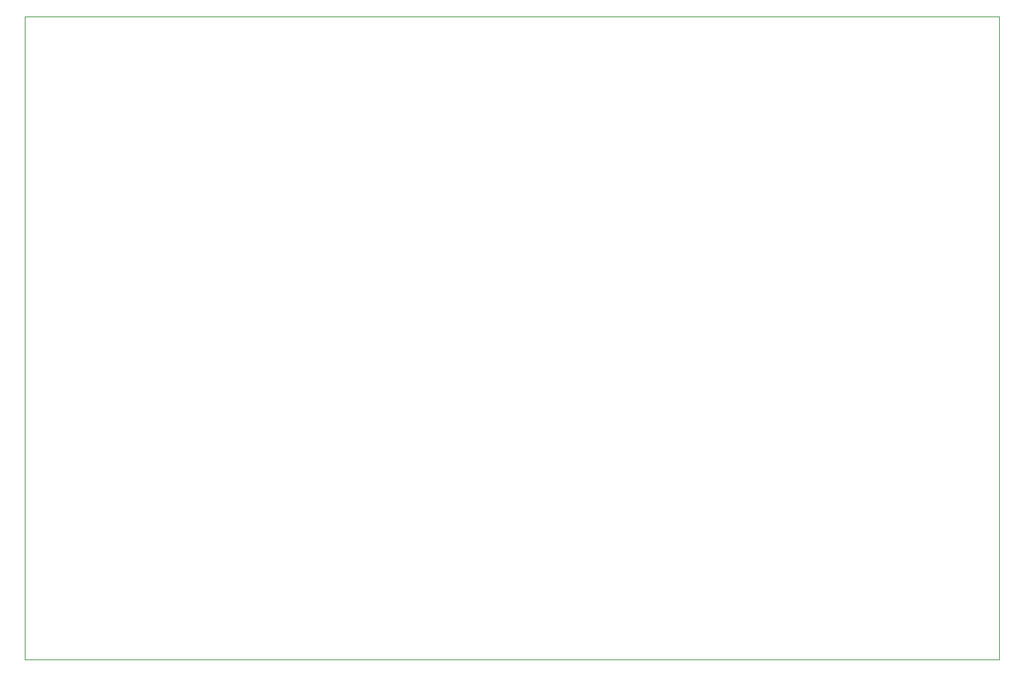
<source format=gbr>
G04 (created by PCBNEW (2013-07-07 BZR 4022)-stable) date 11-Jan-14 3:47:01 PM*
%MOIN*%
G04 Gerber Fmt 3.4, Leading zero omitted, Abs format*
%FSLAX34Y34*%
G01*
G70*
G90*
G04 APERTURE LIST*
%ADD10C,0.00590551*%
%ADD11C,0.00393701*%
G04 APERTURE END LIST*
G54D10*
G54D11*
X65364Y-55600D02*
X65797Y-55600D01*
X65364Y-50216D02*
X65364Y-55600D01*
X65374Y-24468D02*
X65875Y-24468D01*
X65374Y-50246D02*
X65374Y-24468D01*
X65750Y-24475D02*
X65975Y-24475D01*
X112500Y-55600D02*
X65750Y-55600D01*
X112500Y-24475D02*
X112500Y-55600D01*
X65925Y-24475D02*
X112500Y-24475D01*
M02*

</source>
